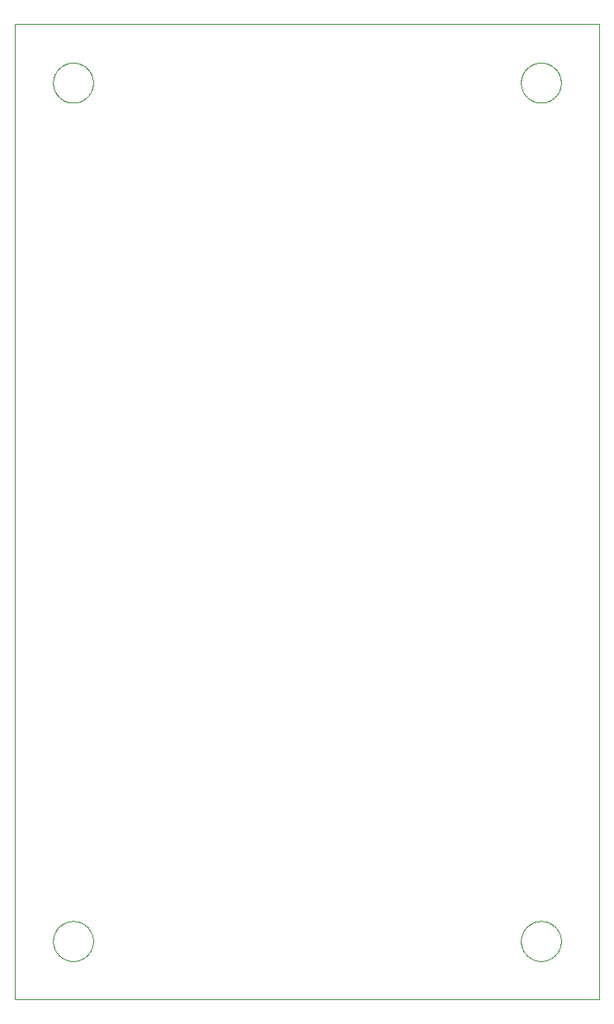
<source format=gbo>
G75*
%MOIN*%
%OFA0B0*%
%FSLAX25Y25*%
%IPPOS*%
%LPD*%
%AMOC8*
5,1,8,0,0,1.08239X$1,22.5*
%
%ADD10C,0.00000*%
D10*
X0001256Y0001256D02*
X0001256Y0394957D01*
X0237476Y0394957D01*
X0237476Y0001256D01*
X0001256Y0001256D01*
X0016807Y0024878D02*
X0016809Y0025076D01*
X0016817Y0025274D01*
X0016829Y0025472D01*
X0016846Y0025669D01*
X0016868Y0025866D01*
X0016894Y0026062D01*
X0016926Y0026258D01*
X0016962Y0026453D01*
X0017003Y0026646D01*
X0017049Y0026839D01*
X0017099Y0027031D01*
X0017155Y0027221D01*
X0017214Y0027410D01*
X0017279Y0027597D01*
X0017348Y0027783D01*
X0017421Y0027967D01*
X0017499Y0028149D01*
X0017582Y0028329D01*
X0017669Y0028507D01*
X0017760Y0028683D01*
X0017856Y0028856D01*
X0017955Y0029027D01*
X0018059Y0029196D01*
X0018167Y0029362D01*
X0018279Y0029525D01*
X0018395Y0029686D01*
X0018515Y0029844D01*
X0018639Y0029998D01*
X0018767Y0030150D01*
X0018898Y0030298D01*
X0019033Y0030443D01*
X0019171Y0030585D01*
X0019313Y0030723D01*
X0019458Y0030858D01*
X0019606Y0030989D01*
X0019758Y0031117D01*
X0019912Y0031241D01*
X0020070Y0031361D01*
X0020231Y0031477D01*
X0020394Y0031589D01*
X0020560Y0031697D01*
X0020729Y0031801D01*
X0020900Y0031900D01*
X0021073Y0031996D01*
X0021249Y0032087D01*
X0021427Y0032174D01*
X0021607Y0032257D01*
X0021789Y0032335D01*
X0021973Y0032408D01*
X0022159Y0032477D01*
X0022346Y0032542D01*
X0022535Y0032601D01*
X0022725Y0032657D01*
X0022917Y0032707D01*
X0023110Y0032753D01*
X0023303Y0032794D01*
X0023498Y0032830D01*
X0023694Y0032862D01*
X0023890Y0032888D01*
X0024087Y0032910D01*
X0024284Y0032927D01*
X0024482Y0032939D01*
X0024680Y0032947D01*
X0024878Y0032949D01*
X0025076Y0032947D01*
X0025274Y0032939D01*
X0025472Y0032927D01*
X0025669Y0032910D01*
X0025866Y0032888D01*
X0026062Y0032862D01*
X0026258Y0032830D01*
X0026453Y0032794D01*
X0026646Y0032753D01*
X0026839Y0032707D01*
X0027031Y0032657D01*
X0027221Y0032601D01*
X0027410Y0032542D01*
X0027597Y0032477D01*
X0027783Y0032408D01*
X0027967Y0032335D01*
X0028149Y0032257D01*
X0028329Y0032174D01*
X0028507Y0032087D01*
X0028683Y0031996D01*
X0028856Y0031900D01*
X0029027Y0031801D01*
X0029196Y0031697D01*
X0029362Y0031589D01*
X0029525Y0031477D01*
X0029686Y0031361D01*
X0029844Y0031241D01*
X0029998Y0031117D01*
X0030150Y0030989D01*
X0030298Y0030858D01*
X0030443Y0030723D01*
X0030585Y0030585D01*
X0030723Y0030443D01*
X0030858Y0030298D01*
X0030989Y0030150D01*
X0031117Y0029998D01*
X0031241Y0029844D01*
X0031361Y0029686D01*
X0031477Y0029525D01*
X0031589Y0029362D01*
X0031697Y0029196D01*
X0031801Y0029027D01*
X0031900Y0028856D01*
X0031996Y0028683D01*
X0032087Y0028507D01*
X0032174Y0028329D01*
X0032257Y0028149D01*
X0032335Y0027967D01*
X0032408Y0027783D01*
X0032477Y0027597D01*
X0032542Y0027410D01*
X0032601Y0027221D01*
X0032657Y0027031D01*
X0032707Y0026839D01*
X0032753Y0026646D01*
X0032794Y0026453D01*
X0032830Y0026258D01*
X0032862Y0026062D01*
X0032888Y0025866D01*
X0032910Y0025669D01*
X0032927Y0025472D01*
X0032939Y0025274D01*
X0032947Y0025076D01*
X0032949Y0024878D01*
X0032947Y0024680D01*
X0032939Y0024482D01*
X0032927Y0024284D01*
X0032910Y0024087D01*
X0032888Y0023890D01*
X0032862Y0023694D01*
X0032830Y0023498D01*
X0032794Y0023303D01*
X0032753Y0023110D01*
X0032707Y0022917D01*
X0032657Y0022725D01*
X0032601Y0022535D01*
X0032542Y0022346D01*
X0032477Y0022159D01*
X0032408Y0021973D01*
X0032335Y0021789D01*
X0032257Y0021607D01*
X0032174Y0021427D01*
X0032087Y0021249D01*
X0031996Y0021073D01*
X0031900Y0020900D01*
X0031801Y0020729D01*
X0031697Y0020560D01*
X0031589Y0020394D01*
X0031477Y0020231D01*
X0031361Y0020070D01*
X0031241Y0019912D01*
X0031117Y0019758D01*
X0030989Y0019606D01*
X0030858Y0019458D01*
X0030723Y0019313D01*
X0030585Y0019171D01*
X0030443Y0019033D01*
X0030298Y0018898D01*
X0030150Y0018767D01*
X0029998Y0018639D01*
X0029844Y0018515D01*
X0029686Y0018395D01*
X0029525Y0018279D01*
X0029362Y0018167D01*
X0029196Y0018059D01*
X0029027Y0017955D01*
X0028856Y0017856D01*
X0028683Y0017760D01*
X0028507Y0017669D01*
X0028329Y0017582D01*
X0028149Y0017499D01*
X0027967Y0017421D01*
X0027783Y0017348D01*
X0027597Y0017279D01*
X0027410Y0017214D01*
X0027221Y0017155D01*
X0027031Y0017099D01*
X0026839Y0017049D01*
X0026646Y0017003D01*
X0026453Y0016962D01*
X0026258Y0016926D01*
X0026062Y0016894D01*
X0025866Y0016868D01*
X0025669Y0016846D01*
X0025472Y0016829D01*
X0025274Y0016817D01*
X0025076Y0016809D01*
X0024878Y0016807D01*
X0024680Y0016809D01*
X0024482Y0016817D01*
X0024284Y0016829D01*
X0024087Y0016846D01*
X0023890Y0016868D01*
X0023694Y0016894D01*
X0023498Y0016926D01*
X0023303Y0016962D01*
X0023110Y0017003D01*
X0022917Y0017049D01*
X0022725Y0017099D01*
X0022535Y0017155D01*
X0022346Y0017214D01*
X0022159Y0017279D01*
X0021973Y0017348D01*
X0021789Y0017421D01*
X0021607Y0017499D01*
X0021427Y0017582D01*
X0021249Y0017669D01*
X0021073Y0017760D01*
X0020900Y0017856D01*
X0020729Y0017955D01*
X0020560Y0018059D01*
X0020394Y0018167D01*
X0020231Y0018279D01*
X0020070Y0018395D01*
X0019912Y0018515D01*
X0019758Y0018639D01*
X0019606Y0018767D01*
X0019458Y0018898D01*
X0019313Y0019033D01*
X0019171Y0019171D01*
X0019033Y0019313D01*
X0018898Y0019458D01*
X0018767Y0019606D01*
X0018639Y0019758D01*
X0018515Y0019912D01*
X0018395Y0020070D01*
X0018279Y0020231D01*
X0018167Y0020394D01*
X0018059Y0020560D01*
X0017955Y0020729D01*
X0017856Y0020900D01*
X0017760Y0021073D01*
X0017669Y0021249D01*
X0017582Y0021427D01*
X0017499Y0021607D01*
X0017421Y0021789D01*
X0017348Y0021973D01*
X0017279Y0022159D01*
X0017214Y0022346D01*
X0017155Y0022535D01*
X0017099Y0022725D01*
X0017049Y0022917D01*
X0017003Y0023110D01*
X0016962Y0023303D01*
X0016926Y0023498D01*
X0016894Y0023694D01*
X0016868Y0023890D01*
X0016846Y0024087D01*
X0016829Y0024284D01*
X0016817Y0024482D01*
X0016809Y0024680D01*
X0016807Y0024878D01*
X0205783Y0024878D02*
X0205785Y0025076D01*
X0205793Y0025274D01*
X0205805Y0025472D01*
X0205822Y0025669D01*
X0205844Y0025866D01*
X0205870Y0026062D01*
X0205902Y0026258D01*
X0205938Y0026453D01*
X0205979Y0026646D01*
X0206025Y0026839D01*
X0206075Y0027031D01*
X0206131Y0027221D01*
X0206190Y0027410D01*
X0206255Y0027597D01*
X0206324Y0027783D01*
X0206397Y0027967D01*
X0206475Y0028149D01*
X0206558Y0028329D01*
X0206645Y0028507D01*
X0206736Y0028683D01*
X0206832Y0028856D01*
X0206931Y0029027D01*
X0207035Y0029196D01*
X0207143Y0029362D01*
X0207255Y0029525D01*
X0207371Y0029686D01*
X0207491Y0029844D01*
X0207615Y0029998D01*
X0207743Y0030150D01*
X0207874Y0030298D01*
X0208009Y0030443D01*
X0208147Y0030585D01*
X0208289Y0030723D01*
X0208434Y0030858D01*
X0208582Y0030989D01*
X0208734Y0031117D01*
X0208888Y0031241D01*
X0209046Y0031361D01*
X0209207Y0031477D01*
X0209370Y0031589D01*
X0209536Y0031697D01*
X0209705Y0031801D01*
X0209876Y0031900D01*
X0210049Y0031996D01*
X0210225Y0032087D01*
X0210403Y0032174D01*
X0210583Y0032257D01*
X0210765Y0032335D01*
X0210949Y0032408D01*
X0211135Y0032477D01*
X0211322Y0032542D01*
X0211511Y0032601D01*
X0211701Y0032657D01*
X0211893Y0032707D01*
X0212086Y0032753D01*
X0212279Y0032794D01*
X0212474Y0032830D01*
X0212670Y0032862D01*
X0212866Y0032888D01*
X0213063Y0032910D01*
X0213260Y0032927D01*
X0213458Y0032939D01*
X0213656Y0032947D01*
X0213854Y0032949D01*
X0214052Y0032947D01*
X0214250Y0032939D01*
X0214448Y0032927D01*
X0214645Y0032910D01*
X0214842Y0032888D01*
X0215038Y0032862D01*
X0215234Y0032830D01*
X0215429Y0032794D01*
X0215622Y0032753D01*
X0215815Y0032707D01*
X0216007Y0032657D01*
X0216197Y0032601D01*
X0216386Y0032542D01*
X0216573Y0032477D01*
X0216759Y0032408D01*
X0216943Y0032335D01*
X0217125Y0032257D01*
X0217305Y0032174D01*
X0217483Y0032087D01*
X0217659Y0031996D01*
X0217832Y0031900D01*
X0218003Y0031801D01*
X0218172Y0031697D01*
X0218338Y0031589D01*
X0218501Y0031477D01*
X0218662Y0031361D01*
X0218820Y0031241D01*
X0218974Y0031117D01*
X0219126Y0030989D01*
X0219274Y0030858D01*
X0219419Y0030723D01*
X0219561Y0030585D01*
X0219699Y0030443D01*
X0219834Y0030298D01*
X0219965Y0030150D01*
X0220093Y0029998D01*
X0220217Y0029844D01*
X0220337Y0029686D01*
X0220453Y0029525D01*
X0220565Y0029362D01*
X0220673Y0029196D01*
X0220777Y0029027D01*
X0220876Y0028856D01*
X0220972Y0028683D01*
X0221063Y0028507D01*
X0221150Y0028329D01*
X0221233Y0028149D01*
X0221311Y0027967D01*
X0221384Y0027783D01*
X0221453Y0027597D01*
X0221518Y0027410D01*
X0221577Y0027221D01*
X0221633Y0027031D01*
X0221683Y0026839D01*
X0221729Y0026646D01*
X0221770Y0026453D01*
X0221806Y0026258D01*
X0221838Y0026062D01*
X0221864Y0025866D01*
X0221886Y0025669D01*
X0221903Y0025472D01*
X0221915Y0025274D01*
X0221923Y0025076D01*
X0221925Y0024878D01*
X0221923Y0024680D01*
X0221915Y0024482D01*
X0221903Y0024284D01*
X0221886Y0024087D01*
X0221864Y0023890D01*
X0221838Y0023694D01*
X0221806Y0023498D01*
X0221770Y0023303D01*
X0221729Y0023110D01*
X0221683Y0022917D01*
X0221633Y0022725D01*
X0221577Y0022535D01*
X0221518Y0022346D01*
X0221453Y0022159D01*
X0221384Y0021973D01*
X0221311Y0021789D01*
X0221233Y0021607D01*
X0221150Y0021427D01*
X0221063Y0021249D01*
X0220972Y0021073D01*
X0220876Y0020900D01*
X0220777Y0020729D01*
X0220673Y0020560D01*
X0220565Y0020394D01*
X0220453Y0020231D01*
X0220337Y0020070D01*
X0220217Y0019912D01*
X0220093Y0019758D01*
X0219965Y0019606D01*
X0219834Y0019458D01*
X0219699Y0019313D01*
X0219561Y0019171D01*
X0219419Y0019033D01*
X0219274Y0018898D01*
X0219126Y0018767D01*
X0218974Y0018639D01*
X0218820Y0018515D01*
X0218662Y0018395D01*
X0218501Y0018279D01*
X0218338Y0018167D01*
X0218172Y0018059D01*
X0218003Y0017955D01*
X0217832Y0017856D01*
X0217659Y0017760D01*
X0217483Y0017669D01*
X0217305Y0017582D01*
X0217125Y0017499D01*
X0216943Y0017421D01*
X0216759Y0017348D01*
X0216573Y0017279D01*
X0216386Y0017214D01*
X0216197Y0017155D01*
X0216007Y0017099D01*
X0215815Y0017049D01*
X0215622Y0017003D01*
X0215429Y0016962D01*
X0215234Y0016926D01*
X0215038Y0016894D01*
X0214842Y0016868D01*
X0214645Y0016846D01*
X0214448Y0016829D01*
X0214250Y0016817D01*
X0214052Y0016809D01*
X0213854Y0016807D01*
X0213656Y0016809D01*
X0213458Y0016817D01*
X0213260Y0016829D01*
X0213063Y0016846D01*
X0212866Y0016868D01*
X0212670Y0016894D01*
X0212474Y0016926D01*
X0212279Y0016962D01*
X0212086Y0017003D01*
X0211893Y0017049D01*
X0211701Y0017099D01*
X0211511Y0017155D01*
X0211322Y0017214D01*
X0211135Y0017279D01*
X0210949Y0017348D01*
X0210765Y0017421D01*
X0210583Y0017499D01*
X0210403Y0017582D01*
X0210225Y0017669D01*
X0210049Y0017760D01*
X0209876Y0017856D01*
X0209705Y0017955D01*
X0209536Y0018059D01*
X0209370Y0018167D01*
X0209207Y0018279D01*
X0209046Y0018395D01*
X0208888Y0018515D01*
X0208734Y0018639D01*
X0208582Y0018767D01*
X0208434Y0018898D01*
X0208289Y0019033D01*
X0208147Y0019171D01*
X0208009Y0019313D01*
X0207874Y0019458D01*
X0207743Y0019606D01*
X0207615Y0019758D01*
X0207491Y0019912D01*
X0207371Y0020070D01*
X0207255Y0020231D01*
X0207143Y0020394D01*
X0207035Y0020560D01*
X0206931Y0020729D01*
X0206832Y0020900D01*
X0206736Y0021073D01*
X0206645Y0021249D01*
X0206558Y0021427D01*
X0206475Y0021607D01*
X0206397Y0021789D01*
X0206324Y0021973D01*
X0206255Y0022159D01*
X0206190Y0022346D01*
X0206131Y0022535D01*
X0206075Y0022725D01*
X0206025Y0022917D01*
X0205979Y0023110D01*
X0205938Y0023303D01*
X0205902Y0023498D01*
X0205870Y0023694D01*
X0205844Y0023890D01*
X0205822Y0024087D01*
X0205805Y0024284D01*
X0205793Y0024482D01*
X0205785Y0024680D01*
X0205783Y0024878D01*
X0205783Y0371335D02*
X0205785Y0371533D01*
X0205793Y0371731D01*
X0205805Y0371929D01*
X0205822Y0372126D01*
X0205844Y0372323D01*
X0205870Y0372519D01*
X0205902Y0372715D01*
X0205938Y0372910D01*
X0205979Y0373103D01*
X0206025Y0373296D01*
X0206075Y0373488D01*
X0206131Y0373678D01*
X0206190Y0373867D01*
X0206255Y0374054D01*
X0206324Y0374240D01*
X0206397Y0374424D01*
X0206475Y0374606D01*
X0206558Y0374786D01*
X0206645Y0374964D01*
X0206736Y0375140D01*
X0206832Y0375313D01*
X0206931Y0375484D01*
X0207035Y0375653D01*
X0207143Y0375819D01*
X0207255Y0375982D01*
X0207371Y0376143D01*
X0207491Y0376301D01*
X0207615Y0376455D01*
X0207743Y0376607D01*
X0207874Y0376755D01*
X0208009Y0376900D01*
X0208147Y0377042D01*
X0208289Y0377180D01*
X0208434Y0377315D01*
X0208582Y0377446D01*
X0208734Y0377574D01*
X0208888Y0377698D01*
X0209046Y0377818D01*
X0209207Y0377934D01*
X0209370Y0378046D01*
X0209536Y0378154D01*
X0209705Y0378258D01*
X0209876Y0378357D01*
X0210049Y0378453D01*
X0210225Y0378544D01*
X0210403Y0378631D01*
X0210583Y0378714D01*
X0210765Y0378792D01*
X0210949Y0378865D01*
X0211135Y0378934D01*
X0211322Y0378999D01*
X0211511Y0379058D01*
X0211701Y0379114D01*
X0211893Y0379164D01*
X0212086Y0379210D01*
X0212279Y0379251D01*
X0212474Y0379287D01*
X0212670Y0379319D01*
X0212866Y0379345D01*
X0213063Y0379367D01*
X0213260Y0379384D01*
X0213458Y0379396D01*
X0213656Y0379404D01*
X0213854Y0379406D01*
X0214052Y0379404D01*
X0214250Y0379396D01*
X0214448Y0379384D01*
X0214645Y0379367D01*
X0214842Y0379345D01*
X0215038Y0379319D01*
X0215234Y0379287D01*
X0215429Y0379251D01*
X0215622Y0379210D01*
X0215815Y0379164D01*
X0216007Y0379114D01*
X0216197Y0379058D01*
X0216386Y0378999D01*
X0216573Y0378934D01*
X0216759Y0378865D01*
X0216943Y0378792D01*
X0217125Y0378714D01*
X0217305Y0378631D01*
X0217483Y0378544D01*
X0217659Y0378453D01*
X0217832Y0378357D01*
X0218003Y0378258D01*
X0218172Y0378154D01*
X0218338Y0378046D01*
X0218501Y0377934D01*
X0218662Y0377818D01*
X0218820Y0377698D01*
X0218974Y0377574D01*
X0219126Y0377446D01*
X0219274Y0377315D01*
X0219419Y0377180D01*
X0219561Y0377042D01*
X0219699Y0376900D01*
X0219834Y0376755D01*
X0219965Y0376607D01*
X0220093Y0376455D01*
X0220217Y0376301D01*
X0220337Y0376143D01*
X0220453Y0375982D01*
X0220565Y0375819D01*
X0220673Y0375653D01*
X0220777Y0375484D01*
X0220876Y0375313D01*
X0220972Y0375140D01*
X0221063Y0374964D01*
X0221150Y0374786D01*
X0221233Y0374606D01*
X0221311Y0374424D01*
X0221384Y0374240D01*
X0221453Y0374054D01*
X0221518Y0373867D01*
X0221577Y0373678D01*
X0221633Y0373488D01*
X0221683Y0373296D01*
X0221729Y0373103D01*
X0221770Y0372910D01*
X0221806Y0372715D01*
X0221838Y0372519D01*
X0221864Y0372323D01*
X0221886Y0372126D01*
X0221903Y0371929D01*
X0221915Y0371731D01*
X0221923Y0371533D01*
X0221925Y0371335D01*
X0221923Y0371137D01*
X0221915Y0370939D01*
X0221903Y0370741D01*
X0221886Y0370544D01*
X0221864Y0370347D01*
X0221838Y0370151D01*
X0221806Y0369955D01*
X0221770Y0369760D01*
X0221729Y0369567D01*
X0221683Y0369374D01*
X0221633Y0369182D01*
X0221577Y0368992D01*
X0221518Y0368803D01*
X0221453Y0368616D01*
X0221384Y0368430D01*
X0221311Y0368246D01*
X0221233Y0368064D01*
X0221150Y0367884D01*
X0221063Y0367706D01*
X0220972Y0367530D01*
X0220876Y0367357D01*
X0220777Y0367186D01*
X0220673Y0367017D01*
X0220565Y0366851D01*
X0220453Y0366688D01*
X0220337Y0366527D01*
X0220217Y0366369D01*
X0220093Y0366215D01*
X0219965Y0366063D01*
X0219834Y0365915D01*
X0219699Y0365770D01*
X0219561Y0365628D01*
X0219419Y0365490D01*
X0219274Y0365355D01*
X0219126Y0365224D01*
X0218974Y0365096D01*
X0218820Y0364972D01*
X0218662Y0364852D01*
X0218501Y0364736D01*
X0218338Y0364624D01*
X0218172Y0364516D01*
X0218003Y0364412D01*
X0217832Y0364313D01*
X0217659Y0364217D01*
X0217483Y0364126D01*
X0217305Y0364039D01*
X0217125Y0363956D01*
X0216943Y0363878D01*
X0216759Y0363805D01*
X0216573Y0363736D01*
X0216386Y0363671D01*
X0216197Y0363612D01*
X0216007Y0363556D01*
X0215815Y0363506D01*
X0215622Y0363460D01*
X0215429Y0363419D01*
X0215234Y0363383D01*
X0215038Y0363351D01*
X0214842Y0363325D01*
X0214645Y0363303D01*
X0214448Y0363286D01*
X0214250Y0363274D01*
X0214052Y0363266D01*
X0213854Y0363264D01*
X0213656Y0363266D01*
X0213458Y0363274D01*
X0213260Y0363286D01*
X0213063Y0363303D01*
X0212866Y0363325D01*
X0212670Y0363351D01*
X0212474Y0363383D01*
X0212279Y0363419D01*
X0212086Y0363460D01*
X0211893Y0363506D01*
X0211701Y0363556D01*
X0211511Y0363612D01*
X0211322Y0363671D01*
X0211135Y0363736D01*
X0210949Y0363805D01*
X0210765Y0363878D01*
X0210583Y0363956D01*
X0210403Y0364039D01*
X0210225Y0364126D01*
X0210049Y0364217D01*
X0209876Y0364313D01*
X0209705Y0364412D01*
X0209536Y0364516D01*
X0209370Y0364624D01*
X0209207Y0364736D01*
X0209046Y0364852D01*
X0208888Y0364972D01*
X0208734Y0365096D01*
X0208582Y0365224D01*
X0208434Y0365355D01*
X0208289Y0365490D01*
X0208147Y0365628D01*
X0208009Y0365770D01*
X0207874Y0365915D01*
X0207743Y0366063D01*
X0207615Y0366215D01*
X0207491Y0366369D01*
X0207371Y0366527D01*
X0207255Y0366688D01*
X0207143Y0366851D01*
X0207035Y0367017D01*
X0206931Y0367186D01*
X0206832Y0367357D01*
X0206736Y0367530D01*
X0206645Y0367706D01*
X0206558Y0367884D01*
X0206475Y0368064D01*
X0206397Y0368246D01*
X0206324Y0368430D01*
X0206255Y0368616D01*
X0206190Y0368803D01*
X0206131Y0368992D01*
X0206075Y0369182D01*
X0206025Y0369374D01*
X0205979Y0369567D01*
X0205938Y0369760D01*
X0205902Y0369955D01*
X0205870Y0370151D01*
X0205844Y0370347D01*
X0205822Y0370544D01*
X0205805Y0370741D01*
X0205793Y0370939D01*
X0205785Y0371137D01*
X0205783Y0371335D01*
X0016807Y0371335D02*
X0016809Y0371533D01*
X0016817Y0371731D01*
X0016829Y0371929D01*
X0016846Y0372126D01*
X0016868Y0372323D01*
X0016894Y0372519D01*
X0016926Y0372715D01*
X0016962Y0372910D01*
X0017003Y0373103D01*
X0017049Y0373296D01*
X0017099Y0373488D01*
X0017155Y0373678D01*
X0017214Y0373867D01*
X0017279Y0374054D01*
X0017348Y0374240D01*
X0017421Y0374424D01*
X0017499Y0374606D01*
X0017582Y0374786D01*
X0017669Y0374964D01*
X0017760Y0375140D01*
X0017856Y0375313D01*
X0017955Y0375484D01*
X0018059Y0375653D01*
X0018167Y0375819D01*
X0018279Y0375982D01*
X0018395Y0376143D01*
X0018515Y0376301D01*
X0018639Y0376455D01*
X0018767Y0376607D01*
X0018898Y0376755D01*
X0019033Y0376900D01*
X0019171Y0377042D01*
X0019313Y0377180D01*
X0019458Y0377315D01*
X0019606Y0377446D01*
X0019758Y0377574D01*
X0019912Y0377698D01*
X0020070Y0377818D01*
X0020231Y0377934D01*
X0020394Y0378046D01*
X0020560Y0378154D01*
X0020729Y0378258D01*
X0020900Y0378357D01*
X0021073Y0378453D01*
X0021249Y0378544D01*
X0021427Y0378631D01*
X0021607Y0378714D01*
X0021789Y0378792D01*
X0021973Y0378865D01*
X0022159Y0378934D01*
X0022346Y0378999D01*
X0022535Y0379058D01*
X0022725Y0379114D01*
X0022917Y0379164D01*
X0023110Y0379210D01*
X0023303Y0379251D01*
X0023498Y0379287D01*
X0023694Y0379319D01*
X0023890Y0379345D01*
X0024087Y0379367D01*
X0024284Y0379384D01*
X0024482Y0379396D01*
X0024680Y0379404D01*
X0024878Y0379406D01*
X0025076Y0379404D01*
X0025274Y0379396D01*
X0025472Y0379384D01*
X0025669Y0379367D01*
X0025866Y0379345D01*
X0026062Y0379319D01*
X0026258Y0379287D01*
X0026453Y0379251D01*
X0026646Y0379210D01*
X0026839Y0379164D01*
X0027031Y0379114D01*
X0027221Y0379058D01*
X0027410Y0378999D01*
X0027597Y0378934D01*
X0027783Y0378865D01*
X0027967Y0378792D01*
X0028149Y0378714D01*
X0028329Y0378631D01*
X0028507Y0378544D01*
X0028683Y0378453D01*
X0028856Y0378357D01*
X0029027Y0378258D01*
X0029196Y0378154D01*
X0029362Y0378046D01*
X0029525Y0377934D01*
X0029686Y0377818D01*
X0029844Y0377698D01*
X0029998Y0377574D01*
X0030150Y0377446D01*
X0030298Y0377315D01*
X0030443Y0377180D01*
X0030585Y0377042D01*
X0030723Y0376900D01*
X0030858Y0376755D01*
X0030989Y0376607D01*
X0031117Y0376455D01*
X0031241Y0376301D01*
X0031361Y0376143D01*
X0031477Y0375982D01*
X0031589Y0375819D01*
X0031697Y0375653D01*
X0031801Y0375484D01*
X0031900Y0375313D01*
X0031996Y0375140D01*
X0032087Y0374964D01*
X0032174Y0374786D01*
X0032257Y0374606D01*
X0032335Y0374424D01*
X0032408Y0374240D01*
X0032477Y0374054D01*
X0032542Y0373867D01*
X0032601Y0373678D01*
X0032657Y0373488D01*
X0032707Y0373296D01*
X0032753Y0373103D01*
X0032794Y0372910D01*
X0032830Y0372715D01*
X0032862Y0372519D01*
X0032888Y0372323D01*
X0032910Y0372126D01*
X0032927Y0371929D01*
X0032939Y0371731D01*
X0032947Y0371533D01*
X0032949Y0371335D01*
X0032947Y0371137D01*
X0032939Y0370939D01*
X0032927Y0370741D01*
X0032910Y0370544D01*
X0032888Y0370347D01*
X0032862Y0370151D01*
X0032830Y0369955D01*
X0032794Y0369760D01*
X0032753Y0369567D01*
X0032707Y0369374D01*
X0032657Y0369182D01*
X0032601Y0368992D01*
X0032542Y0368803D01*
X0032477Y0368616D01*
X0032408Y0368430D01*
X0032335Y0368246D01*
X0032257Y0368064D01*
X0032174Y0367884D01*
X0032087Y0367706D01*
X0031996Y0367530D01*
X0031900Y0367357D01*
X0031801Y0367186D01*
X0031697Y0367017D01*
X0031589Y0366851D01*
X0031477Y0366688D01*
X0031361Y0366527D01*
X0031241Y0366369D01*
X0031117Y0366215D01*
X0030989Y0366063D01*
X0030858Y0365915D01*
X0030723Y0365770D01*
X0030585Y0365628D01*
X0030443Y0365490D01*
X0030298Y0365355D01*
X0030150Y0365224D01*
X0029998Y0365096D01*
X0029844Y0364972D01*
X0029686Y0364852D01*
X0029525Y0364736D01*
X0029362Y0364624D01*
X0029196Y0364516D01*
X0029027Y0364412D01*
X0028856Y0364313D01*
X0028683Y0364217D01*
X0028507Y0364126D01*
X0028329Y0364039D01*
X0028149Y0363956D01*
X0027967Y0363878D01*
X0027783Y0363805D01*
X0027597Y0363736D01*
X0027410Y0363671D01*
X0027221Y0363612D01*
X0027031Y0363556D01*
X0026839Y0363506D01*
X0026646Y0363460D01*
X0026453Y0363419D01*
X0026258Y0363383D01*
X0026062Y0363351D01*
X0025866Y0363325D01*
X0025669Y0363303D01*
X0025472Y0363286D01*
X0025274Y0363274D01*
X0025076Y0363266D01*
X0024878Y0363264D01*
X0024680Y0363266D01*
X0024482Y0363274D01*
X0024284Y0363286D01*
X0024087Y0363303D01*
X0023890Y0363325D01*
X0023694Y0363351D01*
X0023498Y0363383D01*
X0023303Y0363419D01*
X0023110Y0363460D01*
X0022917Y0363506D01*
X0022725Y0363556D01*
X0022535Y0363612D01*
X0022346Y0363671D01*
X0022159Y0363736D01*
X0021973Y0363805D01*
X0021789Y0363878D01*
X0021607Y0363956D01*
X0021427Y0364039D01*
X0021249Y0364126D01*
X0021073Y0364217D01*
X0020900Y0364313D01*
X0020729Y0364412D01*
X0020560Y0364516D01*
X0020394Y0364624D01*
X0020231Y0364736D01*
X0020070Y0364852D01*
X0019912Y0364972D01*
X0019758Y0365096D01*
X0019606Y0365224D01*
X0019458Y0365355D01*
X0019313Y0365490D01*
X0019171Y0365628D01*
X0019033Y0365770D01*
X0018898Y0365915D01*
X0018767Y0366063D01*
X0018639Y0366215D01*
X0018515Y0366369D01*
X0018395Y0366527D01*
X0018279Y0366688D01*
X0018167Y0366851D01*
X0018059Y0367017D01*
X0017955Y0367186D01*
X0017856Y0367357D01*
X0017760Y0367530D01*
X0017669Y0367706D01*
X0017582Y0367884D01*
X0017499Y0368064D01*
X0017421Y0368246D01*
X0017348Y0368430D01*
X0017279Y0368616D01*
X0017214Y0368803D01*
X0017155Y0368992D01*
X0017099Y0369182D01*
X0017049Y0369374D01*
X0017003Y0369567D01*
X0016962Y0369760D01*
X0016926Y0369955D01*
X0016894Y0370151D01*
X0016868Y0370347D01*
X0016846Y0370544D01*
X0016829Y0370741D01*
X0016817Y0370939D01*
X0016809Y0371137D01*
X0016807Y0371335D01*
M02*

</source>
